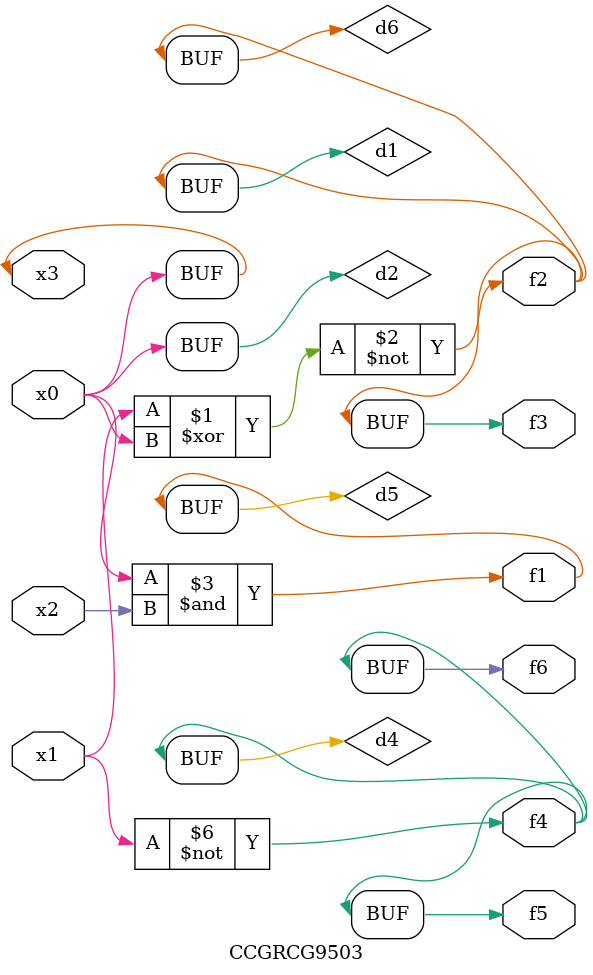
<source format=v>
module CCGRCG9503(
	input x0, x1, x2, x3,
	output f1, f2, f3, f4, f5, f6
);

	wire d1, d2, d3, d4, d5, d6;

	xnor (d1, x1, x3);
	buf (d2, x0, x3);
	nand (d3, x0, x2);
	not (d4, x1);
	nand (d5, d3);
	or (d6, d1);
	assign f1 = d5;
	assign f2 = d6;
	assign f3 = d6;
	assign f4 = d4;
	assign f5 = d4;
	assign f6 = d4;
endmodule

</source>
